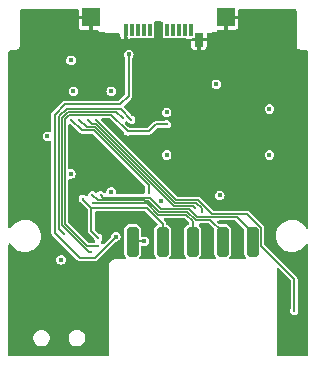
<source format=gbr>
%TF.GenerationSoftware,KiCad,Pcbnew,7.0.8*%
%TF.CreationDate,2024-04-10T13:39:31+02:00*%
%TF.ProjectId,Expansion_Card_Retrofit,45787061-6e73-4696-9f6e-5f436172645f,X1*%
%TF.SameCoordinates,Original*%
%TF.FileFunction,Copper,L4,Bot*%
%TF.FilePolarity,Positive*%
%FSLAX46Y46*%
G04 Gerber Fmt 4.6, Leading zero omitted, Abs format (unit mm)*
G04 Created by KiCad (PCBNEW 7.0.8) date 2024-04-10 13:39:31*
%MOMM*%
%LPD*%
G01*
G04 APERTURE LIST*
G04 Aperture macros list*
%AMRoundRect*
0 Rectangle with rounded corners*
0 $1 Rounding radius*
0 $2 $3 $4 $5 $6 $7 $8 $9 X,Y pos of 4 corners*
0 Add a 4 corners polygon primitive as box body*
4,1,4,$2,$3,$4,$5,$6,$7,$8,$9,$2,$3,0*
0 Add four circle primitives for the rounded corners*
1,1,$1+$1,$2,$3*
1,1,$1+$1,$4,$5*
1,1,$1+$1,$6,$7*
1,1,$1+$1,$8,$9*
0 Add four rect primitives between the rounded corners*
20,1,$1+$1,$2,$3,$4,$5,0*
20,1,$1+$1,$4,$5,$6,$7,0*
20,1,$1+$1,$6,$7,$8,$9,0*
20,1,$1+$1,$8,$9,$2,$3,0*%
G04 Aperture macros list end*
%TA.AperFunction,SMDPad,CuDef*%
%ADD10R,0.380000X1.000000*%
%TD*%
%TA.AperFunction,SMDPad,CuDef*%
%ADD11R,0.700000X1.150000*%
%TD*%
%TA.AperFunction,SMDPad,CuDef*%
%ADD12RoundRect,0.250000X-0.250000X-1.000000X0.250000X-1.000000X0.250000X1.000000X-0.250000X1.000000X0*%
%TD*%
%TA.AperFunction,SMDPad,CuDef*%
%ADD13R,1.500000X1.500000*%
%TD*%
%TA.AperFunction,ViaPad*%
%ADD14C,0.300000*%
%TD*%
%TA.AperFunction,ViaPad*%
%ADD15C,0.400000*%
%TD*%
%TA.AperFunction,Conductor*%
%ADD16C,0.150000*%
%TD*%
%TA.AperFunction,Conductor*%
%ADD17C,0.200000*%
%TD*%
G04 APERTURE END LIST*
D10*
%TO.P,P1,B1,GND*%
%TO.N,GND*%
X143050000Y-87090000D03*
%TO.P,P1,B2*%
%TO.N,N/C*%
X142550000Y-87090000D03*
%TO.P,P1,B3*%
X142050000Y-87090000D03*
%TO.P,P1,B4,VBUS*%
%TO.N,VBUS*%
X141550000Y-87090000D03*
%TO.P,P1,B5,VCONN*%
%TO.N,unconnected-(P1-VCONN-PadB5)*%
X141050000Y-87090000D03*
%TO.P,P1,B8*%
%TO.N,N/C*%
X139550000Y-87090000D03*
%TO.P,P1,B9,VBUS*%
%TO.N,VBUS*%
X139050000Y-87090000D03*
%TO.P,P1,B10*%
%TO.N,N/C*%
X138550000Y-87090000D03*
%TO.P,P1,B11*%
X138050000Y-87090000D03*
%TO.P,P1,B12,GND*%
%TO.N,GND*%
X137550000Y-87090000D03*
D11*
%TO.P,P1,S1,SHIELD*%
X143720000Y-87930000D03*
%TD*%
D12*
%TO.P,J1,2,Pin_2*%
%TO.N,+3V3*%
X138120000Y-105025000D03*
%TO.P,J1,4,Pin_4*%
%TO.N,GPIO2*%
X140660000Y-105025000D03*
%TO.P,J1,6,Pin_6*%
%TO.N,GPIO3*%
X143200000Y-105025000D03*
%TO.P,J1,8,Pin_8*%
%TO.N,GPIO4*%
X145740000Y-105025000D03*
%TO.P,J1,10,Pin_10*%
%TO.N,GPIO5*%
X148280000Y-105025000D03*
%TD*%
D13*
%TO.P,TP2,1,1*%
%TO.N,GND*%
X134600000Y-86050000D03*
%TD*%
%TO.P,TP4,1,1*%
%TO.N,GND*%
X146000000Y-86050000D03*
%TD*%
D14*
%TO.N,GND*%
X144700000Y-92200000D03*
X135800000Y-103400000D03*
X135200000Y-102800000D03*
X144200000Y-101400000D03*
X145500000Y-89900000D03*
X145500000Y-90900000D03*
X138500000Y-100700000D03*
X146900000Y-102100000D03*
X146900000Y-106000000D03*
X134300000Y-92200000D03*
X133200000Y-98100000D03*
X133700000Y-88700000D03*
X145200000Y-101800000D03*
X148800000Y-89300000D03*
X144300000Y-99000000D03*
X133200000Y-96900000D03*
X148900000Y-93500000D03*
X143000000Y-95800000D03*
X133100000Y-88400000D03*
X139000000Y-89200000D03*
X132400000Y-92200000D03*
X149500000Y-100000000D03*
X138400000Y-88000000D03*
X138900000Y-93500000D03*
X133200000Y-95700000D03*
X136300000Y-98800000D03*
X143000000Y-97300000D03*
X142000000Y-103800000D03*
X143000000Y-99000000D03*
X135100000Y-98800000D03*
X149700000Y-95400000D03*
X141300000Y-93400000D03*
X150500000Y-94500000D03*
X149900000Y-98400000D03*
X141000000Y-96200000D03*
X145300000Y-94600000D03*
X132700000Y-91300000D03*
X136500000Y-90100000D03*
X141100000Y-99800000D03*
X142000000Y-100300000D03*
X131800000Y-90300000D03*
X142100000Y-93400000D03*
X146900000Y-104000000D03*
X142000000Y-106000000D03*
X145700000Y-99000000D03*
X144500000Y-106000000D03*
X141000000Y-97000000D03*
X135200000Y-90100000D03*
X139400000Y-103600000D03*
X142200000Y-90200000D03*
X137700000Y-99200000D03*
X150200000Y-89300000D03*
X139400000Y-106000000D03*
X135600000Y-92200000D03*
X144500000Y-103700000D03*
X146900000Y-94600000D03*
X134000000Y-98800000D03*
X147300000Y-98700000D03*
X138500000Y-100000000D03*
X137900000Y-88500000D03*
X143000000Y-94400000D03*
X138900000Y-92200000D03*
D15*
X137900000Y-96900000D03*
D14*
X141300000Y-91200000D03*
D15*
%TO.N,+3V3*%
X145500000Y-101120000D03*
X132874500Y-99300000D03*
X145200000Y-91700000D03*
X132050500Y-106575500D03*
X149700000Y-97700000D03*
X130900000Y-96100000D03*
X133100000Y-92300000D03*
X141000000Y-94100000D03*
X132900000Y-89674500D03*
X136300000Y-92300000D03*
X149700000Y-93800000D03*
X136300000Y-100825500D03*
X139100000Y-105000000D03*
X140552455Y-101631409D03*
X141000000Y-97700000D03*
%TO.N,VBUS*%
X137800000Y-89180000D03*
X136700000Y-104600000D03*
D14*
%TO.N,/Development Board Section/GPIO_ADC3*%
X139475000Y-100900000D03*
X132914820Y-94700000D03*
%TO.N,LED_EN*%
X151800000Y-110900000D03*
X135000000Y-94700000D03*
%TO.N,GPIO2*%
X133900000Y-101400000D03*
X135200000Y-104700000D03*
%TO.N,GPIO3*%
X134800000Y-101800000D03*
%TO.N,GPIO4*%
X134700000Y-101100000D03*
%TO.N,GPIO5*%
X135400000Y-101100000D03*
%TO.N,SWCLK*%
X135200000Y-105400000D03*
X141000000Y-95100000D03*
X137700000Y-95700000D03*
%TO.N,SWDIO*%
X134600000Y-105900000D03*
X137300000Y-94600000D03*
%TO.N,/Development Board Section/RUN*%
X138000000Y-94700000D03*
X132300000Y-104400000D03*
%TO.N,GPIO_ADC0*%
X134304000Y-94700000D03*
X144000000Y-102500000D03*
%TO.N,GPIO_ADC1*%
X133600000Y-94700000D03*
X143400000Y-102200000D03*
%TD*%
D16*
%TO.N,SWCLK*%
X132400000Y-94643477D02*
X132747477Y-94296000D01*
X136296000Y-94296000D02*
X137700000Y-95700000D01*
X135200000Y-105400000D02*
X134253554Y-105400000D01*
X132747477Y-94296000D02*
X136296000Y-94296000D01*
X132400000Y-103546446D02*
X132400000Y-94643477D01*
X134253554Y-105400000D02*
X132400000Y-103546446D01*
D17*
%TO.N,VBUS*%
X133663603Y-106400000D02*
X131525000Y-104261397D01*
X136700000Y-104600000D02*
X134900000Y-106400000D01*
X132385041Y-93421000D02*
X137079000Y-93421000D01*
X131525000Y-94281039D02*
X132385041Y-93421000D01*
X137079000Y-93421000D02*
X137800000Y-92700000D01*
X137800000Y-92700000D02*
X137800000Y-89180000D01*
X131525000Y-104261397D02*
X131525000Y-94281039D01*
X134900000Y-106400000D02*
X133663603Y-106400000D01*
D16*
%TO.N,GPIO_ADC0*%
X135050446Y-95104000D02*
X134708000Y-95104000D01*
X144000000Y-102500000D02*
X144000000Y-102228657D01*
X144000000Y-102228657D02*
X143521343Y-101750000D01*
X141696446Y-101750000D02*
X135050446Y-95104000D01*
X143521343Y-101750000D02*
X141696446Y-101750000D01*
X134708000Y-95104000D02*
X134304000Y-94700000D01*
%TO.N,GPIO_ADC1*%
X141592892Y-102000000D02*
X134946892Y-95354000D01*
X143400000Y-102200000D02*
X143200000Y-102000000D01*
X143200000Y-102000000D02*
X141592892Y-102000000D01*
X134946892Y-95354000D02*
X134254000Y-95354000D01*
X134254000Y-95354000D02*
X133600000Y-94700000D01*
%TO.N,SWDIO*%
X134600000Y-105900000D02*
X134400000Y-105900000D01*
X134400000Y-105900000D02*
X132150000Y-103650000D01*
X132150000Y-103650000D02*
X132150000Y-94539923D01*
X132150000Y-94539923D02*
X132643924Y-94046000D01*
X132643924Y-94046000D02*
X136746000Y-94046000D01*
X136746000Y-94046000D02*
X137300000Y-94600000D01*
%TO.N,LED_EN*%
X135000000Y-94700000D02*
X141800000Y-101500000D01*
X141800000Y-101500000D02*
X143624897Y-101500000D01*
X143624897Y-101500000D02*
X144824897Y-102700000D01*
X147806042Y-102700000D02*
X149000000Y-103893958D01*
X144824897Y-102700000D02*
X147806042Y-102700000D01*
X149000000Y-103893958D02*
X149000000Y-105400000D01*
X149000000Y-105400000D02*
X151800000Y-108200000D01*
X151800000Y-108200000D02*
X151800000Y-110900000D01*
D17*
%TO.N,+3V3*%
X139100000Y-105000000D02*
X138145000Y-105000000D01*
X138145000Y-105000000D02*
X138120000Y-105025000D01*
D16*
%TO.N,/Development Board Section/GPIO_ADC3*%
X134843338Y-95604000D02*
X133818820Y-95604000D01*
X133818820Y-95604000D02*
X132914820Y-94700000D01*
X139475000Y-100235662D02*
X134843338Y-95604000D01*
X139475000Y-100900000D02*
X139475000Y-100235662D01*
%TO.N,GPIO2*%
X139343338Y-102204000D02*
X140660000Y-103520662D01*
X134632657Y-102204000D02*
X139343338Y-102204000D01*
X133900000Y-101471343D02*
X134632657Y-102204000D01*
X133900000Y-101400000D02*
X133900000Y-101471343D01*
X135200000Y-104700000D02*
X134632657Y-104132657D01*
X134632657Y-104132657D02*
X134632657Y-102204000D01*
X140660000Y-103520662D02*
X140660000Y-105025000D01*
%TO.N,GPIO3*%
X139100550Y-101804001D02*
X139296893Y-101804001D01*
X139096549Y-101800000D02*
X139100550Y-101804001D01*
X143200000Y-103307108D02*
X143200000Y-105025000D01*
X140242893Y-102750000D02*
X142642892Y-102750000D01*
X142642892Y-102750000D02*
X143200000Y-103307108D01*
X139296893Y-101804001D02*
X140242893Y-102750000D01*
X134800000Y-101800000D02*
X139096549Y-101800000D01*
%TO.N,GPIO4*%
X134700000Y-101100000D02*
X135150000Y-101550000D01*
X139204104Y-101554000D02*
X139400446Y-101554000D01*
X142746446Y-102500000D02*
X143446446Y-103200000D01*
X139400446Y-101554000D02*
X140346446Y-102500000D01*
X144700000Y-103200000D02*
X145740000Y-104240000D01*
X140346446Y-102500000D02*
X142746446Y-102500000D01*
X139200103Y-101550000D02*
X139204104Y-101554000D01*
X143446446Y-103200000D02*
X144700000Y-103200000D01*
X145740000Y-104240000D02*
X145740000Y-105025000D01*
X135150000Y-101550000D02*
X139200103Y-101550000D01*
%TO.N,GPIO5*%
X143550000Y-102950000D02*
X146950000Y-102950000D01*
X139554000Y-101304000D02*
X140500000Y-102250000D01*
X146950000Y-102950000D02*
X148280000Y-104280000D01*
X135400000Y-101100000D02*
X135600000Y-101300000D01*
X148280000Y-104280000D02*
X148280000Y-105025000D01*
X139303657Y-101300000D02*
X139307657Y-101304000D01*
X140500000Y-102250000D02*
X142850000Y-102250000D01*
X139307657Y-101304000D02*
X139554000Y-101304000D01*
X142850000Y-102250000D02*
X143550000Y-102950000D01*
X135600000Y-101300000D02*
X139303657Y-101300000D01*
%TO.N,SWCLK*%
X141000000Y-95100000D02*
X140100000Y-95100000D01*
X139500000Y-95700000D02*
X137700000Y-95700000D01*
X140100000Y-95100000D02*
X139500000Y-95700000D01*
%TO.N,/Development Board Section/RUN*%
X131900000Y-104000000D02*
X131900000Y-94436370D01*
X131900000Y-94436370D02*
X132540371Y-93796000D01*
X137096000Y-93796000D02*
X138000000Y-94700000D01*
X132540371Y-93796000D02*
X137096000Y-93796000D01*
X132300000Y-104400000D02*
X131900000Y-104000000D01*
%TD*%
%TA.AperFunction,Conductor*%
%TO.N,GND*%
G36*
X133493039Y-85370185D02*
G01*
X133538794Y-85422989D01*
X133550000Y-85474500D01*
X133550000Y-85900000D01*
X134626000Y-85900000D01*
X134693039Y-85919685D01*
X134738794Y-85972489D01*
X134750000Y-86024000D01*
X134750000Y-87099999D01*
X135126000Y-87099999D01*
X135193039Y-87119684D01*
X135238794Y-87172488D01*
X135250000Y-87223999D01*
X135250000Y-87250000D01*
X135525948Y-87250000D01*
X135579748Y-87262279D01*
X135700412Y-87320389D01*
X135700416Y-87320390D01*
X135700419Y-87320391D01*
X135832333Y-87350499D01*
X135832338Y-87350499D01*
X135832340Y-87350500D01*
X135832342Y-87350500D01*
X136936001Y-87350500D01*
X137003040Y-87370185D01*
X137048795Y-87422989D01*
X137060001Y-87474500D01*
X137060001Y-87634785D01*
X137060002Y-87634808D01*
X137062908Y-87659869D01*
X137062909Y-87659873D01*
X137108211Y-87762474D01*
X137108214Y-87762479D01*
X137187520Y-87841785D01*
X137187525Y-87841788D01*
X137290123Y-87887089D01*
X137315206Y-87889999D01*
X137399999Y-87889998D01*
X137400000Y-87889998D01*
X137400000Y-87250000D01*
X137500000Y-87250000D01*
X137500000Y-87060187D01*
X137565551Y-87057510D01*
X137625822Y-87092855D01*
X137657416Y-87155173D01*
X137659500Y-87177814D01*
X137659500Y-87609752D01*
X137671131Y-87668229D01*
X137675627Y-87674958D01*
X137679099Y-87680153D01*
X137699980Y-87746829D01*
X137700000Y-87749047D01*
X137700000Y-87889999D01*
X137784786Y-87889999D01*
X137784808Y-87889997D01*
X137809869Y-87887091D01*
X137809873Y-87887090D01*
X137912474Y-87841788D01*
X137912479Y-87841785D01*
X137927446Y-87826819D01*
X137988769Y-87793334D01*
X138015127Y-87790500D01*
X138259749Y-87790500D01*
X138270030Y-87788454D01*
X138275805Y-87787306D01*
X138324195Y-87787306D01*
X138327715Y-87788006D01*
X138340250Y-87790500D01*
X138340252Y-87790500D01*
X138759749Y-87790500D01*
X138770030Y-87788454D01*
X138775805Y-87787306D01*
X138824195Y-87787306D01*
X138827715Y-87788006D01*
X138840250Y-87790500D01*
X138840252Y-87790500D01*
X139259749Y-87790500D01*
X139270030Y-87788454D01*
X139275805Y-87787306D01*
X139324195Y-87787306D01*
X139327715Y-87788006D01*
X139340250Y-87790500D01*
X139340252Y-87790500D01*
X139759750Y-87790500D01*
X139759751Y-87790499D01*
X139775805Y-87787306D01*
X139818229Y-87778868D01*
X139818229Y-87778867D01*
X139818231Y-87778867D01*
X139884552Y-87734552D01*
X139928867Y-87668231D01*
X139928867Y-87668229D01*
X139928868Y-87668229D01*
X139940499Y-87609752D01*
X139940500Y-87609750D01*
X139940500Y-86570249D01*
X139940499Y-86570247D01*
X139934223Y-86538691D01*
X139940450Y-86469099D01*
X139983314Y-86413922D01*
X140049204Y-86390678D01*
X140055840Y-86390500D01*
X140544160Y-86390500D01*
X140611199Y-86410185D01*
X140656954Y-86462989D01*
X140666898Y-86532147D01*
X140665777Y-86538691D01*
X140659500Y-86570247D01*
X140659500Y-87609752D01*
X140671131Y-87668229D01*
X140671132Y-87668230D01*
X140715447Y-87734552D01*
X140781769Y-87778867D01*
X140781770Y-87778868D01*
X140840247Y-87790499D01*
X140840250Y-87790500D01*
X140840252Y-87790500D01*
X141259749Y-87790500D01*
X141270030Y-87788454D01*
X141275805Y-87787306D01*
X141324195Y-87787306D01*
X141327715Y-87788006D01*
X141340250Y-87790500D01*
X141340252Y-87790500D01*
X141759749Y-87790500D01*
X141770030Y-87788454D01*
X141775805Y-87787306D01*
X141824195Y-87787306D01*
X141827715Y-87788006D01*
X141840250Y-87790500D01*
X141840252Y-87790500D01*
X142259749Y-87790500D01*
X142270030Y-87788454D01*
X142275805Y-87787306D01*
X142324195Y-87787306D01*
X142327715Y-87788006D01*
X142340250Y-87790500D01*
X142584873Y-87790500D01*
X142651912Y-87810185D01*
X142672554Y-87826819D01*
X142687520Y-87841785D01*
X142687525Y-87841788D01*
X142790123Y-87887089D01*
X142815206Y-87889999D01*
X142960637Y-87889999D01*
X143027677Y-87909683D01*
X143029012Y-87911224D01*
X143030000Y-87909061D01*
X143030000Y-87904000D01*
X143049685Y-87836961D01*
X143102489Y-87791206D01*
X143154000Y-87780000D01*
X144369999Y-87780000D01*
X144369999Y-87474500D01*
X144389684Y-87407461D01*
X144442488Y-87361706D01*
X144493999Y-87350500D01*
X144767658Y-87350500D01*
X144767660Y-87350500D01*
X144767662Y-87350499D01*
X144767666Y-87350499D01*
X144899580Y-87320391D01*
X144899580Y-87320390D01*
X144899588Y-87320389D01*
X145020251Y-87262279D01*
X145074052Y-87250000D01*
X145250000Y-87250000D01*
X145250000Y-87223999D01*
X145269685Y-87156960D01*
X145322489Y-87111205D01*
X145374000Y-87099999D01*
X145850000Y-87099999D01*
X145850000Y-86200000D01*
X146150000Y-86200000D01*
X146150000Y-87099999D01*
X146794786Y-87099999D01*
X146794808Y-87099997D01*
X146819869Y-87097091D01*
X146819873Y-87097090D01*
X146922474Y-87051788D01*
X146922479Y-87051785D01*
X147001785Y-86972479D01*
X147001788Y-86972474D01*
X147047089Y-86869877D01*
X147047089Y-86869875D01*
X147049999Y-86844794D01*
X147050000Y-86844791D01*
X147050000Y-86200000D01*
X146150000Y-86200000D01*
X145850000Y-86200000D01*
X145850000Y-86024000D01*
X145869685Y-85956961D01*
X145922489Y-85911206D01*
X145974000Y-85900000D01*
X147049999Y-85900000D01*
X147049999Y-85474500D01*
X147069684Y-85407461D01*
X147122488Y-85361706D01*
X147173999Y-85350500D01*
X151875500Y-85350500D01*
X151942539Y-85370185D01*
X151988294Y-85422989D01*
X151999500Y-85474500D01*
X151999500Y-88317656D01*
X151999610Y-88318632D01*
X152000000Y-88325582D01*
X152000000Y-88750000D01*
X152225948Y-88750000D01*
X152279748Y-88762279D01*
X152400412Y-88820389D01*
X152400416Y-88820390D01*
X152400419Y-88820391D01*
X152532333Y-88850499D01*
X152532338Y-88850499D01*
X152532340Y-88850500D01*
X152543827Y-88850500D01*
X152875500Y-88850500D01*
X152942539Y-88870185D01*
X152988294Y-88922989D01*
X152999500Y-88974500D01*
X152999500Y-103801632D01*
X152979815Y-103868671D01*
X152927011Y-103914426D01*
X152857853Y-103924370D01*
X152794297Y-103895345D01*
X152769910Y-103866646D01*
X152751814Y-103837257D01*
X152692951Y-103741657D01*
X152540620Y-103568575D01*
X152540619Y-103568574D01*
X152540615Y-103568570D01*
X152361234Y-103423730D01*
X152361233Y-103423729D01*
X152159938Y-103311279D01*
X151942541Y-103234468D01*
X151942540Y-103234467D01*
X151942538Y-103234467D01*
X151942534Y-103234466D01*
X151942533Y-103234466D01*
X151715293Y-103195500D01*
X151715285Y-103195500D01*
X151542465Y-103195500D01*
X151542460Y-103195500D01*
X151370265Y-103210155D01*
X151147131Y-103268254D01*
X150937034Y-103363223D01*
X150937032Y-103363224D01*
X150827611Y-103437181D01*
X150746653Y-103491900D01*
X150745999Y-103492342D01*
X150579540Y-103651878D01*
X150442434Y-103837257D01*
X150338630Y-104043138D01*
X150271113Y-104263606D01*
X150241828Y-104492306D01*
X150251613Y-104722662D01*
X150251614Y-104722670D01*
X150300190Y-104948062D01*
X150300190Y-104948063D01*
X150371411Y-105125304D01*
X150386159Y-105162006D01*
X150433161Y-105238342D01*
X150507048Y-105358342D01*
X150659380Y-105531425D01*
X150659384Y-105531429D01*
X150838765Y-105676269D01*
X150838766Y-105676270D01*
X150838769Y-105676271D01*
X150838772Y-105676274D01*
X151040063Y-105788721D01*
X151257462Y-105865533D01*
X151384272Y-105887277D01*
X151484706Y-105904499D01*
X151484715Y-105904500D01*
X151657540Y-105904500D01*
X151829734Y-105889844D01*
X151829737Y-105889843D01*
X151829739Y-105889843D01*
X152052869Y-105831745D01*
X152189208Y-105770116D01*
X152262965Y-105736776D01*
X152262967Y-105736775D01*
X152262967Y-105736774D01*
X152262971Y-105736773D01*
X152454000Y-105607659D01*
X152620462Y-105448119D01*
X152757566Y-105262742D01*
X152764777Y-105248437D01*
X152812535Y-105197440D01*
X152880284Y-105180356D01*
X152946514Y-105202613D01*
X152990198Y-105257142D01*
X152999500Y-105304264D01*
X152999500Y-114625500D01*
X152979815Y-114692539D01*
X152927011Y-114738294D01*
X152875500Y-114749500D01*
X150424500Y-114749500D01*
X150357461Y-114729815D01*
X150311706Y-114677011D01*
X150300500Y-114625500D01*
X150300500Y-107389478D01*
X150320185Y-107322439D01*
X150372989Y-107276684D01*
X150442147Y-107266740D01*
X150505703Y-107295765D01*
X150512181Y-107301797D01*
X151488181Y-108277797D01*
X151521666Y-108339120D01*
X151524500Y-108365478D01*
X151524500Y-110638887D01*
X151510985Y-110695181D01*
X151462498Y-110790341D01*
X151445131Y-110899997D01*
X151445131Y-110900002D01*
X151462498Y-111009658D01*
X151512904Y-111108585D01*
X151512909Y-111108592D01*
X151591407Y-111187090D01*
X151591410Y-111187092D01*
X151591413Y-111187095D01*
X151690339Y-111237500D01*
X151690341Y-111237501D01*
X151799998Y-111254869D01*
X151800000Y-111254869D01*
X151800002Y-111254869D01*
X151909658Y-111237501D01*
X151909659Y-111237500D01*
X151909661Y-111237500D01*
X152008587Y-111187095D01*
X152087095Y-111108587D01*
X152137500Y-111009661D01*
X152137500Y-111009659D01*
X152137501Y-111009658D01*
X152154869Y-110900002D01*
X152154869Y-110899997D01*
X152137501Y-110790341D01*
X152089015Y-110695181D01*
X152075500Y-110638887D01*
X152075500Y-108239344D01*
X152077883Y-108215151D01*
X152080897Y-108199999D01*
X152061898Y-108104486D01*
X152061296Y-108098375D01*
X152059515Y-108092506D01*
X152059515Y-108092505D01*
X152029069Y-108046940D01*
X151998624Y-108001375D01*
X151985775Y-107992790D01*
X151966985Y-107977369D01*
X149311819Y-105322203D01*
X149278334Y-105260880D01*
X149275500Y-105234522D01*
X149275500Y-103933302D01*
X149277883Y-103909109D01*
X149280897Y-103893958D01*
X149259516Y-103786464D01*
X149213994Y-103718336D01*
X149212283Y-103715775D01*
X149212266Y-103715751D01*
X149198624Y-103695334D01*
X149198622Y-103695332D01*
X149198621Y-103695331D01*
X149185775Y-103686748D01*
X149166985Y-103671327D01*
X148028669Y-102533011D01*
X148013247Y-102514219D01*
X148004666Y-102501376D01*
X148004661Y-102501372D01*
X147981666Y-102486007D01*
X147948720Y-102463994D01*
X147913537Y-102440484D01*
X147913535Y-102440483D01*
X147828891Y-102423647D01*
X147828858Y-102423641D01*
X147814896Y-102420864D01*
X147806043Y-102419103D01*
X147806042Y-102419103D01*
X147790888Y-102422117D01*
X147766698Y-102424500D01*
X144990375Y-102424500D01*
X144923336Y-102404815D01*
X144902694Y-102388181D01*
X143847524Y-101333011D01*
X143832102Y-101314219D01*
X143823521Y-101301376D01*
X143823518Y-101301373D01*
X143805585Y-101289391D01*
X143774362Y-101268528D01*
X143732392Y-101240485D01*
X143732391Y-101240484D01*
X143732390Y-101240484D01*
X143647746Y-101223647D01*
X143647713Y-101223641D01*
X143633751Y-101220864D01*
X143624898Y-101219103D01*
X143624897Y-101219103D01*
X143609743Y-101222117D01*
X143585553Y-101224500D01*
X141965478Y-101224500D01*
X141898439Y-101204815D01*
X141877797Y-101188181D01*
X141809619Y-101120003D01*
X145094508Y-101120003D01*
X145114352Y-101245300D01*
X145114352Y-101245301D01*
X145126187Y-101268528D01*
X145171950Y-101358342D01*
X145171952Y-101358344D01*
X145171954Y-101358347D01*
X145261652Y-101448045D01*
X145261654Y-101448046D01*
X145261658Y-101448050D01*
X145374696Y-101505646D01*
X145374697Y-101505646D01*
X145374699Y-101505647D01*
X145499997Y-101525492D01*
X145500000Y-101525492D01*
X145500003Y-101525492D01*
X145625300Y-101505647D01*
X145625301Y-101505647D01*
X145625302Y-101505646D01*
X145625304Y-101505646D01*
X145738342Y-101448050D01*
X145828050Y-101358342D01*
X145885646Y-101245304D01*
X145885646Y-101245302D01*
X145885647Y-101245301D01*
X145885647Y-101245300D01*
X145905492Y-101120003D01*
X145905492Y-101119996D01*
X145885647Y-100994699D01*
X145885647Y-100994698D01*
X145883426Y-100990339D01*
X145828050Y-100881658D01*
X145828046Y-100881654D01*
X145828045Y-100881652D01*
X145738347Y-100791954D01*
X145738344Y-100791952D01*
X145738342Y-100791950D01*
X145625304Y-100734354D01*
X145625303Y-100734353D01*
X145625300Y-100734352D01*
X145500003Y-100714508D01*
X145499997Y-100714508D01*
X145374699Y-100734352D01*
X145374698Y-100734352D01*
X145299337Y-100772751D01*
X145261658Y-100791950D01*
X145261657Y-100791951D01*
X145261652Y-100791954D01*
X145171954Y-100881652D01*
X145171951Y-100881657D01*
X145171950Y-100881658D01*
X145157783Y-100909463D01*
X145114352Y-100994698D01*
X145114352Y-100994699D01*
X145094508Y-101119996D01*
X145094508Y-101120003D01*
X141809619Y-101120003D01*
X138389619Y-97700003D01*
X140594508Y-97700003D01*
X140614352Y-97825300D01*
X140614352Y-97825301D01*
X140614354Y-97825304D01*
X140671950Y-97938342D01*
X140671952Y-97938344D01*
X140671954Y-97938347D01*
X140761652Y-98028045D01*
X140761654Y-98028046D01*
X140761658Y-98028050D01*
X140874696Y-98085646D01*
X140874697Y-98085646D01*
X140874699Y-98085647D01*
X140999997Y-98105492D01*
X141000000Y-98105492D01*
X141000003Y-98105492D01*
X141125300Y-98085647D01*
X141125301Y-98085647D01*
X141125302Y-98085646D01*
X141125304Y-98085646D01*
X141238342Y-98028050D01*
X141328050Y-97938342D01*
X141385646Y-97825304D01*
X141385646Y-97825302D01*
X141385647Y-97825301D01*
X141385647Y-97825300D01*
X141405492Y-97700003D01*
X149294508Y-97700003D01*
X149314352Y-97825300D01*
X149314352Y-97825301D01*
X149314354Y-97825304D01*
X149371950Y-97938342D01*
X149371952Y-97938344D01*
X149371954Y-97938347D01*
X149461652Y-98028045D01*
X149461654Y-98028046D01*
X149461658Y-98028050D01*
X149574696Y-98085646D01*
X149574697Y-98085646D01*
X149574699Y-98085647D01*
X149699997Y-98105492D01*
X149700000Y-98105492D01*
X149700003Y-98105492D01*
X149825300Y-98085647D01*
X149825301Y-98085647D01*
X149825302Y-98085646D01*
X149825304Y-98085646D01*
X149938342Y-98028050D01*
X150028050Y-97938342D01*
X150085646Y-97825304D01*
X150085646Y-97825302D01*
X150085647Y-97825301D01*
X150085647Y-97825300D01*
X150105492Y-97700003D01*
X150105492Y-97699996D01*
X150085647Y-97574699D01*
X150085647Y-97574698D01*
X150085646Y-97574696D01*
X150028050Y-97461658D01*
X150028046Y-97461654D01*
X150028045Y-97461652D01*
X149938347Y-97371954D01*
X149938344Y-97371952D01*
X149938342Y-97371950D01*
X149825304Y-97314354D01*
X149825303Y-97314353D01*
X149825300Y-97314352D01*
X149700003Y-97294508D01*
X149699997Y-97294508D01*
X149574699Y-97314352D01*
X149574698Y-97314352D01*
X149499337Y-97352751D01*
X149461658Y-97371950D01*
X149461657Y-97371951D01*
X149461652Y-97371954D01*
X149371954Y-97461652D01*
X149371951Y-97461657D01*
X149314352Y-97574698D01*
X149314352Y-97574699D01*
X149294508Y-97699996D01*
X149294508Y-97700003D01*
X141405492Y-97700003D01*
X141405492Y-97699996D01*
X141385647Y-97574699D01*
X141385647Y-97574698D01*
X141385646Y-97574696D01*
X141328050Y-97461658D01*
X141328046Y-97461654D01*
X141328045Y-97461652D01*
X141238347Y-97371954D01*
X141238344Y-97371952D01*
X141238342Y-97371950D01*
X141125304Y-97314354D01*
X141125303Y-97314353D01*
X141125300Y-97314352D01*
X141000003Y-97294508D01*
X140999997Y-97294508D01*
X140874699Y-97314352D01*
X140874698Y-97314352D01*
X140799337Y-97352751D01*
X140761658Y-97371950D01*
X140761657Y-97371951D01*
X140761652Y-97371954D01*
X140671954Y-97461652D01*
X140671951Y-97461657D01*
X140614352Y-97574698D01*
X140614352Y-97574699D01*
X140594508Y-97699996D01*
X140594508Y-97700003D01*
X138389619Y-97700003D01*
X135472797Y-94783181D01*
X135439312Y-94721858D01*
X135444296Y-94652166D01*
X135486168Y-94596233D01*
X135551632Y-94571816D01*
X135560478Y-94571500D01*
X136130522Y-94571500D01*
X136197561Y-94591185D01*
X136218203Y-94607819D01*
X137323180Y-95712796D01*
X137356665Y-95774119D01*
X137357972Y-95781078D01*
X137362498Y-95809658D01*
X137412904Y-95908585D01*
X137412909Y-95908592D01*
X137491407Y-95987090D01*
X137491410Y-95987092D01*
X137491413Y-95987095D01*
X137590339Y-96037500D01*
X137590341Y-96037501D01*
X137699998Y-96054869D01*
X137700000Y-96054869D01*
X137700002Y-96054869D01*
X137809656Y-96037501D01*
X137809656Y-96037500D01*
X137809661Y-96037500D01*
X137904820Y-95989014D01*
X137961112Y-95975500D01*
X139460656Y-95975500D01*
X139484846Y-95977882D01*
X139500000Y-95980897D01*
X139527132Y-95975500D01*
X139527133Y-95975500D01*
X139550734Y-95970805D01*
X139607493Y-95959516D01*
X139607494Y-95959515D01*
X139607495Y-95959515D01*
X139649465Y-95931471D01*
X139675622Y-95913994D01*
X139675621Y-95913994D01*
X139689053Y-95905020D01*
X139689055Y-95905017D01*
X139698624Y-95898624D01*
X139707208Y-95885775D01*
X139722624Y-95866990D01*
X140177797Y-95411819D01*
X140239120Y-95378334D01*
X140265478Y-95375500D01*
X140738888Y-95375500D01*
X140795179Y-95389014D01*
X140890339Y-95437500D01*
X140890341Y-95437500D01*
X140890343Y-95437501D01*
X140999998Y-95454869D01*
X141000000Y-95454869D01*
X141000002Y-95454869D01*
X141109658Y-95437501D01*
X141109659Y-95437500D01*
X141109661Y-95437500D01*
X141208587Y-95387095D01*
X141287095Y-95308587D01*
X141337500Y-95209661D01*
X141337500Y-95209659D01*
X141337501Y-95209658D01*
X141354869Y-95100002D01*
X141354869Y-95099997D01*
X141337501Y-94990341D01*
X141310577Y-94937500D01*
X141287095Y-94891413D01*
X141287092Y-94891410D01*
X141287090Y-94891407D01*
X141208592Y-94812909D01*
X141208588Y-94812906D01*
X141208587Y-94812905D01*
X141109661Y-94762500D01*
X141109660Y-94762499D01*
X141109657Y-94762498D01*
X141109658Y-94762498D01*
X141016755Y-94747784D01*
X141000312Y-94739989D01*
X140983245Y-94747784D01*
X140890342Y-94762498D01*
X140857605Y-94779178D01*
X140795179Y-94810985D01*
X140738888Y-94824500D01*
X140139344Y-94824500D01*
X140115153Y-94822117D01*
X140100000Y-94819103D01*
X140099999Y-94819103D01*
X140099998Y-94819103D01*
X140076949Y-94823688D01*
X140076944Y-94823689D01*
X139992509Y-94840484D01*
X139992507Y-94840484D01*
X139992505Y-94840485D01*
X139992503Y-94840485D01*
X139992498Y-94840488D01*
X139990084Y-94842102D01*
X139929023Y-94882901D01*
X139929014Y-94882908D01*
X139924378Y-94886006D01*
X139924376Y-94886007D01*
X139913841Y-94893047D01*
X139901374Y-94901377D01*
X139892791Y-94914222D01*
X139877372Y-94933010D01*
X139422203Y-95388181D01*
X139360880Y-95421666D01*
X139334522Y-95424500D01*
X137961112Y-95424500D01*
X137904820Y-95410985D01*
X137809661Y-95362500D01*
X137809659Y-95362499D01*
X137809656Y-95362498D01*
X137781078Y-95357972D01*
X137717943Y-95328042D01*
X137712796Y-95323180D01*
X137475660Y-95086044D01*
X137442175Y-95024721D01*
X137447159Y-94955029D01*
X137489031Y-94899096D01*
X137507045Y-94887880D01*
X137508587Y-94887095D01*
X137515999Y-94879683D01*
X137577321Y-94846196D01*
X137647013Y-94851178D01*
X137702948Y-94893047D01*
X137710942Y-94905885D01*
X137712909Y-94908592D01*
X137791407Y-94987090D01*
X137791410Y-94987092D01*
X137791413Y-94987095D01*
X137865259Y-95024721D01*
X137890341Y-95037501D01*
X137999998Y-95054869D01*
X138000000Y-95054869D01*
X138000002Y-95054869D01*
X138109658Y-95037501D01*
X138109659Y-95037500D01*
X138109661Y-95037500D01*
X138208587Y-94987095D01*
X138287095Y-94908587D01*
X138337500Y-94809661D01*
X138337500Y-94809659D01*
X138337501Y-94809658D01*
X138354869Y-94700002D01*
X138354869Y-94699997D01*
X138337501Y-94590341D01*
X138327901Y-94571500D01*
X138287095Y-94491413D01*
X138287092Y-94491410D01*
X138287090Y-94491407D01*
X138208592Y-94412909D01*
X138208588Y-94412906D01*
X138208587Y-94412905D01*
X138204743Y-94410946D01*
X138109658Y-94362498D01*
X138081078Y-94357972D01*
X138017943Y-94328042D01*
X138012796Y-94323180D01*
X137789619Y-94100003D01*
X140594508Y-94100003D01*
X140614352Y-94225300D01*
X140614352Y-94225301D01*
X140624989Y-94246176D01*
X140671950Y-94338342D01*
X140671952Y-94338344D01*
X140671954Y-94338347D01*
X140761652Y-94428045D01*
X140761654Y-94428046D01*
X140761658Y-94428050D01*
X140874696Y-94485646D01*
X140983246Y-94502838D01*
X140999686Y-94510632D01*
X141016752Y-94502838D01*
X141125304Y-94485646D01*
X141238342Y-94428050D01*
X141328050Y-94338342D01*
X141385646Y-94225304D01*
X141385646Y-94225302D01*
X141385647Y-94225301D01*
X141385647Y-94225300D01*
X141405492Y-94100003D01*
X141405492Y-94099996D01*
X141385647Y-93974699D01*
X141385647Y-93974698D01*
X141360479Y-93925304D01*
X141328050Y-93861658D01*
X141328046Y-93861654D01*
X141328045Y-93861652D01*
X141266396Y-93800003D01*
X149294508Y-93800003D01*
X149314352Y-93925300D01*
X149314352Y-93925301D01*
X149314354Y-93925304D01*
X149371950Y-94038342D01*
X149371952Y-94038344D01*
X149371954Y-94038347D01*
X149461652Y-94128045D01*
X149461654Y-94128046D01*
X149461658Y-94128050D01*
X149574696Y-94185646D01*
X149574697Y-94185646D01*
X149574699Y-94185647D01*
X149699997Y-94205492D01*
X149700000Y-94205492D01*
X149700003Y-94205492D01*
X149825300Y-94185647D01*
X149825301Y-94185647D01*
X149825302Y-94185646D01*
X149825304Y-94185646D01*
X149938342Y-94128050D01*
X150028050Y-94038342D01*
X150085646Y-93925304D01*
X150085646Y-93925302D01*
X150085647Y-93925301D01*
X150085647Y-93925300D01*
X150105492Y-93800003D01*
X150105492Y-93799996D01*
X150085647Y-93674699D01*
X150085647Y-93674698D01*
X150057968Y-93620376D01*
X150028050Y-93561658D01*
X150028046Y-93561654D01*
X150028045Y-93561652D01*
X149938347Y-93471954D01*
X149938344Y-93471952D01*
X149938342Y-93471950D01*
X149825304Y-93414354D01*
X149825303Y-93414353D01*
X149825300Y-93414352D01*
X149700003Y-93394508D01*
X149699997Y-93394508D01*
X149574699Y-93414352D01*
X149574698Y-93414352D01*
X149499337Y-93452751D01*
X149461658Y-93471950D01*
X149461657Y-93471951D01*
X149461652Y-93471954D01*
X149371954Y-93561652D01*
X149371951Y-93561657D01*
X149314352Y-93674698D01*
X149314352Y-93674699D01*
X149294508Y-93799996D01*
X149294508Y-93800003D01*
X141266396Y-93800003D01*
X141238347Y-93771954D01*
X141238344Y-93771952D01*
X141238342Y-93771950D01*
X141125304Y-93714354D01*
X141125303Y-93714353D01*
X141125300Y-93714352D01*
X141000003Y-93694508D01*
X140999997Y-93694508D01*
X140874699Y-93714352D01*
X140874698Y-93714352D01*
X140799337Y-93752751D01*
X140761658Y-93771950D01*
X140761657Y-93771951D01*
X140761652Y-93771954D01*
X140671954Y-93861652D01*
X140671951Y-93861657D01*
X140614352Y-93974698D01*
X140614352Y-93974699D01*
X140594508Y-94099996D01*
X140594508Y-94100003D01*
X137789619Y-94100003D01*
X137394974Y-93705358D01*
X137361489Y-93644035D01*
X137366473Y-93574343D01*
X137394974Y-93529996D01*
X137530462Y-93394508D01*
X137968059Y-92956910D01*
X137974532Y-92951279D01*
X137984224Y-92943959D01*
X137984228Y-92943958D01*
X138016459Y-92908600D01*
X138018367Y-92906602D01*
X138032174Y-92892797D01*
X138033684Y-92890592D01*
X138039023Y-92883851D01*
X138041368Y-92881278D01*
X138059916Y-92860933D01*
X138062417Y-92854476D01*
X138075750Y-92829184D01*
X138079657Y-92823481D01*
X138086757Y-92793294D01*
X138089296Y-92785092D01*
X138100500Y-92756173D01*
X138100500Y-92749248D01*
X138103794Y-92720856D01*
X138105379Y-92714119D01*
X138101095Y-92683408D01*
X138100500Y-92674833D01*
X138100500Y-91700003D01*
X144794508Y-91700003D01*
X144814352Y-91825300D01*
X144814352Y-91825301D01*
X144814354Y-91825304D01*
X144871950Y-91938342D01*
X144871952Y-91938344D01*
X144871954Y-91938347D01*
X144961652Y-92028045D01*
X144961654Y-92028046D01*
X144961658Y-92028050D01*
X145074696Y-92085646D01*
X145074697Y-92085646D01*
X145074699Y-92085647D01*
X145199997Y-92105492D01*
X145200000Y-92105492D01*
X145200003Y-92105492D01*
X145325300Y-92085647D01*
X145325301Y-92085647D01*
X145325302Y-92085646D01*
X145325304Y-92085646D01*
X145438342Y-92028050D01*
X145528050Y-91938342D01*
X145585646Y-91825304D01*
X145585646Y-91825302D01*
X145585647Y-91825301D01*
X145585647Y-91825300D01*
X145605492Y-91700003D01*
X145605492Y-91699996D01*
X145585647Y-91574699D01*
X145585647Y-91574698D01*
X145585646Y-91574696D01*
X145528050Y-91461658D01*
X145528046Y-91461654D01*
X145528045Y-91461652D01*
X145438347Y-91371954D01*
X145438344Y-91371952D01*
X145438342Y-91371950D01*
X145325304Y-91314354D01*
X145325303Y-91314353D01*
X145325300Y-91314352D01*
X145200003Y-91294508D01*
X145199997Y-91294508D01*
X145074699Y-91314352D01*
X145074698Y-91314352D01*
X144999337Y-91352751D01*
X144961658Y-91371950D01*
X144961657Y-91371951D01*
X144961652Y-91371954D01*
X144871954Y-91461652D01*
X144871951Y-91461657D01*
X144814352Y-91574698D01*
X144814352Y-91574699D01*
X144794508Y-91699996D01*
X144794508Y-91700003D01*
X138100500Y-91700003D01*
X138100500Y-89496551D01*
X138120185Y-89429512D01*
X138124181Y-89423666D01*
X138128044Y-89418347D01*
X138128050Y-89418342D01*
X138185646Y-89305304D01*
X138185646Y-89305302D01*
X138185647Y-89305301D01*
X138185647Y-89305300D01*
X138205492Y-89180003D01*
X138205492Y-89179996D01*
X138185647Y-89054699D01*
X138185647Y-89054698D01*
X138185646Y-89054696D01*
X138128050Y-88941658D01*
X138128046Y-88941654D01*
X138128045Y-88941652D01*
X138038347Y-88851954D01*
X138038344Y-88851952D01*
X138038342Y-88851950D01*
X137925304Y-88794354D01*
X137925303Y-88794353D01*
X137925300Y-88794352D01*
X137800003Y-88774508D01*
X137799997Y-88774508D01*
X137674699Y-88794352D01*
X137674698Y-88794352D01*
X137599337Y-88832751D01*
X137561658Y-88851950D01*
X137561657Y-88851951D01*
X137561652Y-88851954D01*
X137471954Y-88941652D01*
X137471951Y-88941657D01*
X137414352Y-89054698D01*
X137414352Y-89054699D01*
X137394508Y-89179996D01*
X137394508Y-89180003D01*
X137414352Y-89305300D01*
X137414352Y-89305301D01*
X137471949Y-89418340D01*
X137475819Y-89423666D01*
X137499298Y-89489473D01*
X137499500Y-89496551D01*
X137499500Y-92524167D01*
X137479815Y-92591206D01*
X137463181Y-92611848D01*
X136990848Y-93084181D01*
X136929525Y-93117666D01*
X136903167Y-93120500D01*
X132447883Y-93120500D01*
X132439309Y-93119905D01*
X132427280Y-93118227D01*
X132427277Y-93118227D01*
X132402261Y-93119383D01*
X132379532Y-93120434D01*
X132376669Y-93120500D01*
X132357197Y-93120500D01*
X132357192Y-93120500D01*
X132357190Y-93120501D01*
X132354556Y-93120993D01*
X132346026Y-93121982D01*
X132315049Y-93123415D01*
X132315047Y-93123415D01*
X132308706Y-93126215D01*
X132281420Y-93134664D01*
X132274613Y-93135936D01*
X132274607Y-93135939D01*
X132248243Y-93152261D01*
X132240645Y-93156266D01*
X132212275Y-93168794D01*
X132207373Y-93173696D01*
X132184984Y-93191430D01*
X132179090Y-93195079D01*
X132179085Y-93195084D01*
X132160401Y-93219825D01*
X132154759Y-93226309D01*
X131356948Y-94024119D01*
X131350464Y-94029761D01*
X131340770Y-94037081D01*
X131308570Y-94072404D01*
X131306613Y-94074453D01*
X131292826Y-94088242D01*
X131292822Y-94088246D01*
X131291306Y-94090459D01*
X131285976Y-94097187D01*
X131265083Y-94120105D01*
X131265083Y-94120106D01*
X131262578Y-94126572D01*
X131249259Y-94151841D01*
X131245345Y-94157554D01*
X131245343Y-94157560D01*
X131238244Y-94187738D01*
X131235702Y-94195946D01*
X131224500Y-94224865D01*
X131224500Y-94231790D01*
X131221206Y-94260180D01*
X131219621Y-94266916D01*
X131219621Y-94266920D01*
X131223905Y-94297629D01*
X131224500Y-94306205D01*
X131224500Y-95613499D01*
X131204815Y-95680538D01*
X131152011Y-95726293D01*
X131082853Y-95736237D01*
X131044208Y-95723985D01*
X131025305Y-95714354D01*
X131025300Y-95714352D01*
X130900003Y-95694508D01*
X130899997Y-95694508D01*
X130774699Y-95714352D01*
X130774698Y-95714352D01*
X130731748Y-95736237D01*
X130661658Y-95771950D01*
X130661657Y-95771951D01*
X130661652Y-95771954D01*
X130571954Y-95861652D01*
X130571951Y-95861657D01*
X130571950Y-95861658D01*
X130562859Y-95879500D01*
X130514352Y-95974698D01*
X130514352Y-95974699D01*
X130494508Y-96099996D01*
X130494508Y-96100003D01*
X130514352Y-96225300D01*
X130514352Y-96225301D01*
X130514354Y-96225304D01*
X130571950Y-96338342D01*
X130571952Y-96338344D01*
X130571954Y-96338347D01*
X130661652Y-96428045D01*
X130661654Y-96428046D01*
X130661658Y-96428050D01*
X130774696Y-96485646D01*
X130774697Y-96485646D01*
X130774699Y-96485647D01*
X130899997Y-96505492D01*
X130900000Y-96505492D01*
X130900003Y-96505492D01*
X131025300Y-96485647D01*
X131025301Y-96485646D01*
X131025304Y-96485646D01*
X131044206Y-96476014D01*
X131112874Y-96463119D01*
X131177614Y-96489395D01*
X131217872Y-96546501D01*
X131224500Y-96586500D01*
X131224500Y-104198555D01*
X131223905Y-104207129D01*
X131222227Y-104219160D01*
X131224434Y-104266906D01*
X131224500Y-104269769D01*
X131224500Y-104289242D01*
X131224993Y-104291879D01*
X131225982Y-104300412D01*
X131227415Y-104331388D01*
X131227416Y-104331394D01*
X131230214Y-104337731D01*
X131238664Y-104365017D01*
X131239937Y-104371826D01*
X131239937Y-104371827D01*
X131256260Y-104398190D01*
X131260263Y-104405783D01*
X131272794Y-104434162D01*
X131272795Y-104434163D01*
X131272796Y-104434165D01*
X131277689Y-104439058D01*
X131295435Y-104461462D01*
X131299077Y-104467345D01*
X131299080Y-104467348D01*
X131323826Y-104486036D01*
X131330311Y-104491679D01*
X133406681Y-106568049D01*
X133412324Y-106574533D01*
X133419644Y-106584226D01*
X133419645Y-106584228D01*
X133434464Y-106597737D01*
X133454978Y-106616439D01*
X133457026Y-106618394D01*
X133470806Y-106632174D01*
X133473016Y-106633688D01*
X133479746Y-106639018D01*
X133488848Y-106647316D01*
X133502667Y-106659914D01*
X133502668Y-106659914D01*
X133502670Y-106659916D01*
X133509133Y-106662419D01*
X133534410Y-106675743D01*
X133540122Y-106679656D01*
X133570305Y-106686754D01*
X133578506Y-106689294D01*
X133607430Y-106700500D01*
X133614354Y-106700500D01*
X133642744Y-106703793D01*
X133649484Y-106705379D01*
X133680194Y-106701095D01*
X133688769Y-106700500D01*
X134837159Y-106700500D01*
X134845733Y-106701095D01*
X134857761Y-106702772D01*
X134857761Y-106702771D01*
X134857765Y-106702773D01*
X134900920Y-106700778D01*
X134905510Y-106700566D01*
X134908373Y-106700500D01*
X134927843Y-106700500D01*
X134927844Y-106700500D01*
X134930469Y-106700009D01*
X134939021Y-106699016D01*
X134940245Y-106698959D01*
X134969992Y-106697585D01*
X134976322Y-106694789D01*
X135003629Y-106686332D01*
X135010433Y-106685061D01*
X135036797Y-106668736D01*
X135044392Y-106664733D01*
X135072765Y-106652206D01*
X135077661Y-106647309D01*
X135100069Y-106629561D01*
X135105952Y-106625919D01*
X135124649Y-106601158D01*
X135130266Y-106594703D01*
X136694656Y-105030313D01*
X136755977Y-104996830D01*
X136762901Y-104995529D01*
X136825304Y-104985646D01*
X136938342Y-104928050D01*
X137028050Y-104838342D01*
X137085646Y-104725304D01*
X137085646Y-104725302D01*
X137085647Y-104725301D01*
X137085647Y-104725300D01*
X137105492Y-104600003D01*
X137105492Y-104599996D01*
X137085647Y-104474699D01*
X137085647Y-104474698D01*
X137064994Y-104434165D01*
X137028050Y-104361658D01*
X137028046Y-104361654D01*
X137028045Y-104361652D01*
X136938347Y-104271954D01*
X136938344Y-104271952D01*
X136938342Y-104271950D01*
X136825304Y-104214354D01*
X136825303Y-104214353D01*
X136825300Y-104214352D01*
X136700003Y-104194508D01*
X136699997Y-104194508D01*
X136574699Y-104214352D01*
X136574698Y-104214352D01*
X136499337Y-104252751D01*
X136461658Y-104271950D01*
X136461657Y-104271951D01*
X136461652Y-104271954D01*
X136371954Y-104361652D01*
X136371951Y-104361657D01*
X136371950Y-104361658D01*
X136366769Y-104371826D01*
X136314352Y-104474698D01*
X136304475Y-104537061D01*
X136274545Y-104600196D01*
X136269683Y-104605343D01*
X135672453Y-105202574D01*
X135611130Y-105236059D01*
X135541439Y-105231075D01*
X135495570Y-105196738D01*
X135493996Y-105198313D01*
X135433364Y-105137681D01*
X135399879Y-105076358D01*
X135404863Y-105006666D01*
X135433364Y-104962319D01*
X135487090Y-104908592D01*
X135487095Y-104908587D01*
X135537500Y-104809661D01*
X135537500Y-104809659D01*
X135537501Y-104809658D01*
X135554869Y-104700002D01*
X135554869Y-104699997D01*
X135537501Y-104590341D01*
X135537500Y-104590339D01*
X135487095Y-104491413D01*
X135487092Y-104491410D01*
X135487090Y-104491407D01*
X135408592Y-104412909D01*
X135408588Y-104412906D01*
X135408587Y-104412905D01*
X135379707Y-104398190D01*
X135309658Y-104362498D01*
X135281078Y-104357972D01*
X135217943Y-104328042D01*
X135212796Y-104323180D01*
X134944476Y-104054860D01*
X134910991Y-103993537D01*
X134908157Y-103967179D01*
X134908157Y-102603500D01*
X134927842Y-102536461D01*
X134980646Y-102490706D01*
X135032157Y-102479500D01*
X139177860Y-102479500D01*
X139244899Y-102499185D01*
X139265541Y-102515819D01*
X140195810Y-103446088D01*
X140229295Y-103507411D01*
X140224311Y-103577103D01*
X140182439Y-103633036D01*
X140181763Y-103633539D01*
X140087850Y-103702850D01*
X140007207Y-103812117D01*
X140007206Y-103812119D01*
X139962353Y-103940298D01*
X139962353Y-103940300D01*
X139959500Y-103970730D01*
X139959500Y-106079269D01*
X139962353Y-106109699D01*
X139962353Y-106109701D01*
X140007206Y-106237880D01*
X140007209Y-106237886D01*
X140084999Y-106343288D01*
X140108970Y-106408917D01*
X140093654Y-106477087D01*
X140043914Y-106526155D01*
X139985229Y-106540921D01*
X138794771Y-106540921D01*
X138727732Y-106521236D01*
X138681977Y-106468432D01*
X138672033Y-106399274D01*
X138695001Y-106343288D01*
X138772790Y-106237886D01*
X138772789Y-106237886D01*
X138772793Y-106237882D01*
X138796543Y-106170008D01*
X138817646Y-106109701D01*
X138817646Y-106109699D01*
X138820500Y-106079269D01*
X138820500Y-105506216D01*
X138840185Y-105439177D01*
X138892989Y-105393422D01*
X138962147Y-105383478D01*
X138965050Y-105384153D01*
X138965056Y-105384120D01*
X139099997Y-105405492D01*
X139100000Y-105405492D01*
X139100003Y-105405492D01*
X139225300Y-105385647D01*
X139225301Y-105385647D01*
X139225302Y-105385646D01*
X139225304Y-105385646D01*
X139338342Y-105328050D01*
X139428050Y-105238342D01*
X139485646Y-105125304D01*
X139485646Y-105125302D01*
X139485647Y-105125301D01*
X139485647Y-105125300D01*
X139505492Y-105000003D01*
X139505492Y-104999996D01*
X139485647Y-104874699D01*
X139485647Y-104874698D01*
X139467125Y-104838347D01*
X139428050Y-104761658D01*
X139428046Y-104761654D01*
X139428045Y-104761652D01*
X139338347Y-104671954D01*
X139338344Y-104671952D01*
X139338342Y-104671950D01*
X139225304Y-104614354D01*
X139225303Y-104614353D01*
X139225300Y-104614352D01*
X139100003Y-104594508D01*
X139099997Y-104594508D01*
X138965056Y-104615880D01*
X138964480Y-104612245D01*
X138912922Y-104613695D01*
X138853106Y-104577587D01*
X138822307Y-104514872D01*
X138820500Y-104493783D01*
X138820500Y-103970730D01*
X138817646Y-103940300D01*
X138817646Y-103940298D01*
X138772793Y-103812119D01*
X138772792Y-103812117D01*
X138765054Y-103801632D01*
X138692150Y-103702850D01*
X138582882Y-103622207D01*
X138582880Y-103622206D01*
X138454700Y-103577353D01*
X138424270Y-103574500D01*
X138424266Y-103574500D01*
X137815734Y-103574500D01*
X137815730Y-103574500D01*
X137785300Y-103577353D01*
X137785298Y-103577353D01*
X137657119Y-103622206D01*
X137657117Y-103622207D01*
X137547850Y-103702850D01*
X137467207Y-103812117D01*
X137467206Y-103812119D01*
X137422353Y-103940298D01*
X137422353Y-103940300D01*
X137419500Y-103970730D01*
X137419500Y-106079269D01*
X137422353Y-106109699D01*
X137422353Y-106109701D01*
X137467206Y-106237880D01*
X137467209Y-106237886D01*
X137544999Y-106343288D01*
X137568970Y-106408917D01*
X137553654Y-106477087D01*
X137503914Y-106526155D01*
X137445229Y-106540921D01*
X136651383Y-106540921D01*
X136651311Y-106540900D01*
X136600000Y-106540900D01*
X136543603Y-106540900D01*
X136474672Y-106556634D01*
X136433641Y-106566000D01*
X136433638Y-106566001D01*
X136332019Y-106614941D01*
X136243835Y-106685271D01*
X136243834Y-106685273D01*
X136173514Y-106773462D01*
X136124583Y-106875087D01*
X136124583Y-106875088D01*
X136099494Y-106985052D01*
X136099493Y-106985056D01*
X136099500Y-107041389D01*
X136099500Y-114625500D01*
X136079815Y-114692539D01*
X136027011Y-114738294D01*
X135975500Y-114749500D01*
X127724500Y-114749500D01*
X127657461Y-114729815D01*
X127611706Y-114677011D01*
X127600500Y-114625500D01*
X127600500Y-113285542D01*
X129695500Y-113285542D01*
X129736441Y-113451650D01*
X129736442Y-113451653D01*
X129736443Y-113451654D01*
X129815950Y-113603141D01*
X129929399Y-113731199D01*
X130070198Y-113828385D01*
X130157472Y-113861483D01*
X130230160Y-113889051D01*
X130230162Y-113889051D01*
X130230164Y-113889052D01*
X130272572Y-113894201D01*
X130357387Y-113904500D01*
X130357389Y-113904500D01*
X130442613Y-113904500D01*
X130506223Y-113896776D01*
X130569836Y-113889052D01*
X130729802Y-113828385D01*
X130870601Y-113731199D01*
X130984050Y-113603141D01*
X131063557Y-113451654D01*
X131104500Y-113285542D01*
X132695500Y-113285542D01*
X132736441Y-113451650D01*
X132736442Y-113451653D01*
X132736443Y-113451654D01*
X132815950Y-113603141D01*
X132929399Y-113731199D01*
X133070198Y-113828385D01*
X133157472Y-113861483D01*
X133230160Y-113889051D01*
X133230162Y-113889051D01*
X133230164Y-113889052D01*
X133272572Y-113894201D01*
X133357387Y-113904500D01*
X133357389Y-113904500D01*
X133442613Y-113904500D01*
X133506223Y-113896776D01*
X133569836Y-113889052D01*
X133729802Y-113828385D01*
X133870601Y-113731199D01*
X133984050Y-113603141D01*
X134063557Y-113451654D01*
X134104500Y-113285542D01*
X134104500Y-113114458D01*
X134063557Y-112948346D01*
X133984050Y-112796859D01*
X133870601Y-112668801D01*
X133729802Y-112571615D01*
X133569839Y-112510948D01*
X133569834Y-112510947D01*
X133442613Y-112495500D01*
X133442611Y-112495500D01*
X133357389Y-112495500D01*
X133357387Y-112495500D01*
X133230165Y-112510947D01*
X133230160Y-112510948D01*
X133070197Y-112571615D01*
X133070196Y-112571616D01*
X132929399Y-112668800D01*
X132815950Y-112796859D01*
X132736441Y-112948349D01*
X132695500Y-113114457D01*
X132695500Y-113285542D01*
X131104500Y-113285542D01*
X131104500Y-113114458D01*
X131063557Y-112948346D01*
X130984050Y-112796859D01*
X130870601Y-112668801D01*
X130729802Y-112571615D01*
X130569839Y-112510948D01*
X130569834Y-112510947D01*
X130442613Y-112495500D01*
X130442611Y-112495500D01*
X130357389Y-112495500D01*
X130357387Y-112495500D01*
X130230165Y-112510947D01*
X130230160Y-112510948D01*
X130070197Y-112571615D01*
X130070196Y-112571616D01*
X129929399Y-112668800D01*
X129815950Y-112796859D01*
X129736441Y-112948349D01*
X129695500Y-113114457D01*
X129695500Y-113285542D01*
X127600500Y-113285542D01*
X127600500Y-106575503D01*
X131645008Y-106575503D01*
X131664852Y-106700800D01*
X131664852Y-106700801D01*
X131667185Y-106705379D01*
X131722450Y-106813842D01*
X131722452Y-106813844D01*
X131722454Y-106813847D01*
X131812152Y-106903545D01*
X131812154Y-106903546D01*
X131812158Y-106903550D01*
X131925196Y-106961146D01*
X131925197Y-106961146D01*
X131925199Y-106961147D01*
X132050497Y-106980992D01*
X132050500Y-106980992D01*
X132050503Y-106980992D01*
X132175800Y-106961147D01*
X132175801Y-106961147D01*
X132175802Y-106961146D01*
X132175804Y-106961146D01*
X132288842Y-106903550D01*
X132378550Y-106813842D01*
X132436146Y-106700804D01*
X132436146Y-106700802D01*
X132436147Y-106700801D01*
X132436147Y-106700800D01*
X132455992Y-106575503D01*
X132455992Y-106575496D01*
X132436147Y-106450199D01*
X132436147Y-106450198D01*
X132415113Y-106408917D01*
X132378550Y-106337158D01*
X132378546Y-106337154D01*
X132378545Y-106337152D01*
X132288847Y-106247454D01*
X132288844Y-106247452D01*
X132288842Y-106247450D01*
X132175804Y-106189854D01*
X132175803Y-106189853D01*
X132175800Y-106189852D01*
X132050503Y-106170008D01*
X132050497Y-106170008D01*
X131925199Y-106189852D01*
X131925198Y-106189852D01*
X131849837Y-106228251D01*
X131812158Y-106247450D01*
X131812157Y-106247451D01*
X131812152Y-106247454D01*
X131722454Y-106337152D01*
X131722451Y-106337157D01*
X131664852Y-106450198D01*
X131664852Y-106450199D01*
X131645008Y-106575496D01*
X131645008Y-106575503D01*
X127600500Y-106575503D01*
X127600500Y-105298367D01*
X127620185Y-105231328D01*
X127672989Y-105185573D01*
X127742147Y-105175629D01*
X127805703Y-105204654D01*
X127830087Y-105233349D01*
X127848185Y-105262742D01*
X127907048Y-105358342D01*
X128059380Y-105531425D01*
X128059384Y-105531429D01*
X128238765Y-105676269D01*
X128238766Y-105676270D01*
X128238769Y-105676271D01*
X128238772Y-105676274D01*
X128440063Y-105788721D01*
X128657462Y-105865533D01*
X128784272Y-105887277D01*
X128884706Y-105904499D01*
X128884715Y-105904500D01*
X129057540Y-105904500D01*
X129229734Y-105889844D01*
X129229737Y-105889843D01*
X129229739Y-105889843D01*
X129452869Y-105831745D01*
X129589208Y-105770116D01*
X129662965Y-105736776D01*
X129662967Y-105736775D01*
X129662967Y-105736774D01*
X129662971Y-105736773D01*
X129854000Y-105607659D01*
X130020462Y-105448119D01*
X130157566Y-105262742D01*
X130261370Y-105056860D01*
X130328886Y-104836397D01*
X130358172Y-104607694D01*
X130357853Y-104600196D01*
X130349595Y-104405793D01*
X130348386Y-104377332D01*
X130299810Y-104151938D01*
X130213841Y-103937994D01*
X130092951Y-103741657D01*
X129940620Y-103568575D01*
X129940619Y-103568574D01*
X129940615Y-103568570D01*
X129761234Y-103423730D01*
X129761233Y-103423729D01*
X129559938Y-103311279D01*
X129342541Y-103234468D01*
X129342540Y-103234467D01*
X129342538Y-103234467D01*
X129342534Y-103234466D01*
X129342533Y-103234466D01*
X129115293Y-103195500D01*
X129115285Y-103195500D01*
X128942465Y-103195500D01*
X128942460Y-103195500D01*
X128770265Y-103210155D01*
X128547131Y-103268254D01*
X128337034Y-103363223D01*
X128337032Y-103363224D01*
X128227611Y-103437181D01*
X128146653Y-103491900D01*
X128145999Y-103492342D01*
X127979540Y-103651878D01*
X127842434Y-103837257D01*
X127835222Y-103851562D01*
X127787463Y-103902560D01*
X127719714Y-103919643D01*
X127653484Y-103897385D01*
X127609801Y-103842854D01*
X127600500Y-103795735D01*
X127600500Y-92300003D01*
X132694508Y-92300003D01*
X132714352Y-92425300D01*
X132714352Y-92425301D01*
X132714354Y-92425304D01*
X132771950Y-92538342D01*
X132771952Y-92538344D01*
X132771954Y-92538347D01*
X132861652Y-92628045D01*
X132861654Y-92628046D01*
X132861658Y-92628050D01*
X132974696Y-92685646D01*
X132974697Y-92685646D01*
X132974699Y-92685647D01*
X133099997Y-92705492D01*
X133100000Y-92705492D01*
X133100003Y-92705492D01*
X133225300Y-92685647D01*
X133225301Y-92685647D01*
X133225302Y-92685646D01*
X133225304Y-92685646D01*
X133338342Y-92628050D01*
X133428050Y-92538342D01*
X133485646Y-92425304D01*
X133485646Y-92425302D01*
X133485647Y-92425301D01*
X133485647Y-92425300D01*
X133505492Y-92300003D01*
X135894508Y-92300003D01*
X135914352Y-92425300D01*
X135914352Y-92425301D01*
X135914354Y-92425304D01*
X135971950Y-92538342D01*
X135971952Y-92538344D01*
X135971954Y-92538347D01*
X136061652Y-92628045D01*
X136061654Y-92628046D01*
X136061658Y-92628050D01*
X136174696Y-92685646D01*
X136174697Y-92685646D01*
X136174699Y-92685647D01*
X136299997Y-92705492D01*
X136300000Y-92705492D01*
X136300003Y-92705492D01*
X136425300Y-92685647D01*
X136425301Y-92685647D01*
X136425302Y-92685646D01*
X136425304Y-92685646D01*
X136538342Y-92628050D01*
X136628050Y-92538342D01*
X136685646Y-92425304D01*
X136685646Y-92425302D01*
X136685647Y-92425301D01*
X136685647Y-92425300D01*
X136705492Y-92300003D01*
X136705492Y-92299996D01*
X136685647Y-92174699D01*
X136685647Y-92174698D01*
X136685646Y-92174696D01*
X136628050Y-92061658D01*
X136628046Y-92061654D01*
X136628045Y-92061652D01*
X136538347Y-91971954D01*
X136538344Y-91971952D01*
X136538342Y-91971950D01*
X136425304Y-91914354D01*
X136425303Y-91914353D01*
X136425300Y-91914352D01*
X136300003Y-91894508D01*
X136299997Y-91894508D01*
X136174699Y-91914352D01*
X136174698Y-91914352D01*
X136127607Y-91938347D01*
X136061658Y-91971950D01*
X136061657Y-91971951D01*
X136061652Y-91971954D01*
X135971954Y-92061652D01*
X135971951Y-92061657D01*
X135971950Y-92061658D01*
X135959727Y-92085647D01*
X135914352Y-92174698D01*
X135914352Y-92174699D01*
X135894508Y-92299996D01*
X135894508Y-92300003D01*
X133505492Y-92300003D01*
X133505492Y-92299996D01*
X133485647Y-92174699D01*
X133485647Y-92174698D01*
X133485646Y-92174696D01*
X133428050Y-92061658D01*
X133428046Y-92061654D01*
X133428045Y-92061652D01*
X133338347Y-91971954D01*
X133338344Y-91971952D01*
X133338342Y-91971950D01*
X133225304Y-91914354D01*
X133225303Y-91914353D01*
X133225300Y-91914352D01*
X133100003Y-91894508D01*
X133099997Y-91894508D01*
X132974699Y-91914352D01*
X132974698Y-91914352D01*
X132927607Y-91938347D01*
X132861658Y-91971950D01*
X132861657Y-91971951D01*
X132861652Y-91971954D01*
X132771954Y-92061652D01*
X132771951Y-92061657D01*
X132771950Y-92061658D01*
X132759727Y-92085647D01*
X132714352Y-92174698D01*
X132714352Y-92174699D01*
X132694508Y-92299996D01*
X132694508Y-92300003D01*
X127600500Y-92300003D01*
X127600500Y-89674503D01*
X132494508Y-89674503D01*
X132514352Y-89799800D01*
X132514352Y-89799801D01*
X132514354Y-89799804D01*
X132571950Y-89912842D01*
X132571952Y-89912844D01*
X132571954Y-89912847D01*
X132661652Y-90002545D01*
X132661654Y-90002546D01*
X132661658Y-90002550D01*
X132774696Y-90060146D01*
X132774697Y-90060146D01*
X132774699Y-90060147D01*
X132899997Y-90079992D01*
X132900000Y-90079992D01*
X132900003Y-90079992D01*
X133025300Y-90060147D01*
X133025301Y-90060147D01*
X133025302Y-90060146D01*
X133025304Y-90060146D01*
X133138342Y-90002550D01*
X133228050Y-89912842D01*
X133285646Y-89799804D01*
X133285646Y-89799802D01*
X133285647Y-89799801D01*
X133285647Y-89799800D01*
X133305492Y-89674503D01*
X133305492Y-89674496D01*
X133285647Y-89549199D01*
X133285647Y-89549198D01*
X133285646Y-89549196D01*
X133228050Y-89436158D01*
X133228046Y-89436154D01*
X133228045Y-89436152D01*
X133138347Y-89346454D01*
X133138344Y-89346452D01*
X133138342Y-89346450D01*
X133025304Y-89288854D01*
X133025303Y-89288853D01*
X133025300Y-89288852D01*
X132900003Y-89269008D01*
X132899997Y-89269008D01*
X132774699Y-89288852D01*
X132774698Y-89288852D01*
X132699337Y-89327251D01*
X132661658Y-89346450D01*
X132661657Y-89346451D01*
X132661652Y-89346454D01*
X132571954Y-89436152D01*
X132571951Y-89436157D01*
X132571950Y-89436158D01*
X132552751Y-89473837D01*
X132514352Y-89549198D01*
X132514352Y-89549199D01*
X132494508Y-89674496D01*
X132494508Y-89674503D01*
X127600500Y-89674503D01*
X127600500Y-88974500D01*
X127620185Y-88907461D01*
X127672989Y-88861706D01*
X127724500Y-88850500D01*
X128067658Y-88850500D01*
X128067660Y-88850500D01*
X128067662Y-88850499D01*
X128067666Y-88850499D01*
X128199580Y-88820391D01*
X128199580Y-88820390D01*
X128199588Y-88820389D01*
X128320251Y-88762279D01*
X128374052Y-88750000D01*
X128500000Y-88750000D01*
X128500000Y-88624051D01*
X128512278Y-88570253D01*
X128522135Y-88549785D01*
X143070000Y-88549785D01*
X143070002Y-88549808D01*
X143072908Y-88574869D01*
X143072909Y-88574873D01*
X143118211Y-88677474D01*
X143118214Y-88677479D01*
X143197520Y-88756785D01*
X143197525Y-88756788D01*
X143300123Y-88802089D01*
X143325206Y-88804999D01*
X143569999Y-88804999D01*
X143570000Y-88804998D01*
X143570000Y-88080000D01*
X143870000Y-88080000D01*
X143870000Y-88804999D01*
X144114786Y-88804999D01*
X144114808Y-88804997D01*
X144139869Y-88802091D01*
X144139873Y-88802090D01*
X144242474Y-88756788D01*
X144242479Y-88756785D01*
X144321785Y-88677479D01*
X144321788Y-88677474D01*
X144367089Y-88574877D01*
X144367089Y-88574875D01*
X144369999Y-88549794D01*
X144370000Y-88549791D01*
X144370000Y-88080000D01*
X143870000Y-88080000D01*
X143570000Y-88080000D01*
X143139361Y-88080000D01*
X143072322Y-88060315D01*
X143070986Y-88058773D01*
X143070000Y-88060934D01*
X143070000Y-88549785D01*
X128522135Y-88549785D01*
X128570389Y-88449588D01*
X128576527Y-88422695D01*
X128600499Y-88317666D01*
X128600500Y-88317658D01*
X128600500Y-86200000D01*
X133550001Y-86200000D01*
X133550001Y-86844785D01*
X133550002Y-86844808D01*
X133552908Y-86869869D01*
X133552909Y-86869873D01*
X133598211Y-86972474D01*
X133598214Y-86972479D01*
X133677520Y-87051785D01*
X133677525Y-87051788D01*
X133780123Y-87097089D01*
X133805206Y-87099999D01*
X134449999Y-87099999D01*
X134450000Y-87099998D01*
X134450000Y-86200000D01*
X133550001Y-86200000D01*
X128600500Y-86200000D01*
X128600500Y-85474500D01*
X128620185Y-85407461D01*
X128672989Y-85361706D01*
X128724500Y-85350500D01*
X133426000Y-85350500D01*
X133493039Y-85370185D01*
G37*
%TD.AperFunction*%
%TA.AperFunction,Conductor*%
G36*
X142544453Y-103045185D02*
G01*
X142565095Y-103061819D01*
X142885270Y-103381994D01*
X142918755Y-103443317D01*
X142913771Y-103513009D01*
X142871899Y-103568942D01*
X142838544Y-103586716D01*
X142737119Y-103622206D01*
X142737117Y-103622207D01*
X142627850Y-103702850D01*
X142547207Y-103812117D01*
X142547206Y-103812119D01*
X142502353Y-103940298D01*
X142502353Y-103940300D01*
X142499500Y-103970730D01*
X142499500Y-106079269D01*
X142502353Y-106109699D01*
X142502353Y-106109701D01*
X142547206Y-106237880D01*
X142547209Y-106237886D01*
X142624999Y-106343288D01*
X142648970Y-106408917D01*
X142633654Y-106477087D01*
X142583914Y-106526155D01*
X142525229Y-106540921D01*
X141334771Y-106540921D01*
X141267732Y-106521236D01*
X141221977Y-106468432D01*
X141212033Y-106399274D01*
X141235001Y-106343288D01*
X141312790Y-106237886D01*
X141312789Y-106237886D01*
X141312793Y-106237882D01*
X141336543Y-106170008D01*
X141357646Y-106109701D01*
X141357646Y-106109699D01*
X141360500Y-106079269D01*
X141360500Y-103970730D01*
X141357646Y-103940300D01*
X141357646Y-103940298D01*
X141312793Y-103812119D01*
X141312792Y-103812117D01*
X141305054Y-103801632D01*
X141232150Y-103702850D01*
X141122882Y-103622207D01*
X141122880Y-103622206D01*
X141015838Y-103584750D01*
X140959062Y-103544028D01*
X140935176Y-103491903D01*
X140919515Y-103413167D01*
X140873994Y-103345040D01*
X140873992Y-103345038D01*
X140858624Y-103322038D01*
X140858622Y-103322036D01*
X140858621Y-103322035D01*
X140845775Y-103313452D01*
X140826985Y-103298031D01*
X140766135Y-103237181D01*
X140732650Y-103175858D01*
X140737634Y-103106166D01*
X140779506Y-103050233D01*
X140844970Y-103025816D01*
X140853816Y-103025500D01*
X142477414Y-103025500D01*
X142544453Y-103045185D01*
G37*
%TD.AperFunction*%
%TA.AperFunction,Conductor*%
G36*
X144601561Y-103495185D02*
G01*
X144622203Y-103511819D01*
X145003181Y-103892797D01*
X145036666Y-103954120D01*
X145039500Y-103980478D01*
X145039500Y-106079269D01*
X145042353Y-106109699D01*
X145042353Y-106109701D01*
X145087206Y-106237880D01*
X145087209Y-106237886D01*
X145164999Y-106343288D01*
X145188970Y-106408917D01*
X145173654Y-106477087D01*
X145123914Y-106526155D01*
X145065229Y-106540921D01*
X143874771Y-106540921D01*
X143807732Y-106521236D01*
X143761977Y-106468432D01*
X143752033Y-106399274D01*
X143775001Y-106343288D01*
X143852790Y-106237886D01*
X143852789Y-106237886D01*
X143852793Y-106237882D01*
X143876543Y-106170008D01*
X143897646Y-106109701D01*
X143897646Y-106109699D01*
X143900500Y-106079269D01*
X143900500Y-103970730D01*
X143897646Y-103940300D01*
X143897646Y-103940298D01*
X143852793Y-103812119D01*
X143852792Y-103812117D01*
X143833860Y-103786464D01*
X143772150Y-103702850D01*
X143767298Y-103699269D01*
X143725048Y-103643621D01*
X143719591Y-103573965D01*
X143752659Y-103512416D01*
X143813753Y-103478515D01*
X143840933Y-103475500D01*
X144534522Y-103475500D01*
X144601561Y-103495185D01*
G37*
%TD.AperFunction*%
%TA.AperFunction,Conductor*%
G36*
X146851561Y-103245185D02*
G01*
X146872203Y-103261819D01*
X147543181Y-103932797D01*
X147576666Y-103994120D01*
X147579500Y-104020478D01*
X147579500Y-106079269D01*
X147582353Y-106109699D01*
X147582353Y-106109701D01*
X147627206Y-106237880D01*
X147627209Y-106237886D01*
X147704999Y-106343288D01*
X147728970Y-106408917D01*
X147713654Y-106477087D01*
X147663914Y-106526155D01*
X147605229Y-106540921D01*
X146414771Y-106540921D01*
X146347732Y-106521236D01*
X146301977Y-106468432D01*
X146292033Y-106399274D01*
X146315001Y-106343288D01*
X146392790Y-106237886D01*
X146392789Y-106237886D01*
X146392793Y-106237882D01*
X146416543Y-106170008D01*
X146437646Y-106109701D01*
X146437646Y-106109699D01*
X146440500Y-106079269D01*
X146440500Y-103970730D01*
X146437646Y-103940300D01*
X146437646Y-103940298D01*
X146392793Y-103812119D01*
X146392792Y-103812117D01*
X146385054Y-103801632D01*
X146312150Y-103702850D01*
X146202882Y-103622207D01*
X146202880Y-103622206D01*
X146074700Y-103577353D01*
X146044270Y-103574500D01*
X146044266Y-103574500D01*
X145515478Y-103574500D01*
X145448439Y-103554815D01*
X145427797Y-103538181D01*
X145326797Y-103437181D01*
X145293312Y-103375858D01*
X145298296Y-103306166D01*
X145340168Y-103250233D01*
X145405632Y-103225816D01*
X145414478Y-103225500D01*
X146784522Y-103225500D01*
X146851561Y-103245185D01*
G37*
%TD.AperFunction*%
%TA.AperFunction,Conductor*%
G36*
X132818868Y-95039671D02*
G01*
X132833736Y-95042026D01*
X132896870Y-95071952D01*
X132902022Y-95076818D01*
X133596190Y-95770986D01*
X133611611Y-95789776D01*
X133620195Y-95802624D01*
X133628194Y-95807968D01*
X133643196Y-95817992D01*
X133643198Y-95817994D01*
X133669354Y-95835471D01*
X133711325Y-95863515D01*
X133711327Y-95863515D01*
X133711327Y-95863516D01*
X133797652Y-95880687D01*
X133797659Y-95880687D01*
X133818820Y-95884897D01*
X133833973Y-95881882D01*
X133858164Y-95879500D01*
X134677860Y-95879500D01*
X134744899Y-95899185D01*
X134765541Y-95915819D01*
X139163181Y-100313459D01*
X139196666Y-100374782D01*
X139199500Y-100401140D01*
X139199500Y-100638887D01*
X139185985Y-100695181D01*
X139137498Y-100790341D01*
X139120131Y-100899997D01*
X139120131Y-100900500D01*
X139119958Y-100901087D01*
X139118604Y-100909639D01*
X139117498Y-100909463D01*
X139100446Y-100967539D01*
X139047642Y-101013294D01*
X138996131Y-101024500D01*
X136819159Y-101024500D01*
X136752120Y-101004815D01*
X136706365Y-100952011D01*
X136696421Y-100882853D01*
X136696686Y-100881102D01*
X136705492Y-100825502D01*
X136705492Y-100825496D01*
X136685647Y-100700199D01*
X136685647Y-100700198D01*
X136654407Y-100638887D01*
X136628050Y-100587158D01*
X136628046Y-100587154D01*
X136628045Y-100587152D01*
X136538347Y-100497454D01*
X136538344Y-100497452D01*
X136538342Y-100497450D01*
X136425304Y-100439854D01*
X136425303Y-100439853D01*
X136425300Y-100439852D01*
X136300003Y-100420008D01*
X136299997Y-100420008D01*
X136174699Y-100439852D01*
X136174698Y-100439852D01*
X136099337Y-100478251D01*
X136061658Y-100497450D01*
X136061657Y-100497451D01*
X136061652Y-100497454D01*
X135971954Y-100587152D01*
X135971951Y-100587157D01*
X135914352Y-100700198D01*
X135895206Y-100821086D01*
X135865277Y-100884221D01*
X135805965Y-100921152D01*
X135736103Y-100920154D01*
X135685052Y-100889369D01*
X135608592Y-100812909D01*
X135608588Y-100812906D01*
X135608587Y-100812905D01*
X135567468Y-100791954D01*
X135509658Y-100762498D01*
X135400002Y-100745131D01*
X135399998Y-100745131D01*
X135290341Y-100762498D01*
X135191414Y-100812904D01*
X135191407Y-100812909D01*
X135137681Y-100866636D01*
X135076358Y-100900121D01*
X135006666Y-100895137D01*
X134962319Y-100866636D01*
X134908592Y-100812909D01*
X134908588Y-100812906D01*
X134908587Y-100812905D01*
X134867468Y-100791954D01*
X134809658Y-100762498D01*
X134700002Y-100745131D01*
X134699998Y-100745131D01*
X134590341Y-100762498D01*
X134491414Y-100812904D01*
X134491407Y-100812909D01*
X134412909Y-100891407D01*
X134412904Y-100891414D01*
X134362498Y-100990341D01*
X134349094Y-101074974D01*
X134319164Y-101138109D01*
X134259853Y-101175040D01*
X134189990Y-101174042D01*
X134138940Y-101143257D01*
X134108592Y-101112909D01*
X134108588Y-101112906D01*
X134108587Y-101112905D01*
X134100112Y-101108587D01*
X134009658Y-101062498D01*
X133900002Y-101045131D01*
X133899998Y-101045131D01*
X133790341Y-101062498D01*
X133691414Y-101112904D01*
X133691407Y-101112909D01*
X133612909Y-101191407D01*
X133612904Y-101191414D01*
X133562498Y-101290341D01*
X133545131Y-101399997D01*
X133545131Y-101400002D01*
X133562498Y-101509658D01*
X133569963Y-101524309D01*
X133612905Y-101608587D01*
X133691413Y-101687095D01*
X133744708Y-101714250D01*
X133776095Y-101737054D01*
X134320838Y-102281797D01*
X134354323Y-102343120D01*
X134357157Y-102369478D01*
X134357157Y-104093312D01*
X134354773Y-104117504D01*
X134351760Y-104132657D01*
X134355595Y-104151938D01*
X134356297Y-104155464D01*
X134356304Y-104155506D01*
X134373140Y-104240148D01*
X134373141Y-104240150D01*
X134373141Y-104240151D01*
X134373142Y-104240152D01*
X134373763Y-104241081D01*
X134405942Y-104289241D01*
X134411278Y-104297227D01*
X134434031Y-104331280D01*
X134434202Y-104331394D01*
X134446879Y-104339864D01*
X134465669Y-104355285D01*
X134823180Y-104712796D01*
X134856665Y-104774119D01*
X134857972Y-104781078D01*
X134862498Y-104809658D01*
X134912904Y-104908585D01*
X134912909Y-104908592D01*
X134917136Y-104912819D01*
X134950621Y-104974142D01*
X134945637Y-105043834D01*
X134903765Y-105099767D01*
X134838301Y-105124184D01*
X134829455Y-105124500D01*
X134419032Y-105124500D01*
X134351993Y-105104815D01*
X134331351Y-105088181D01*
X132711819Y-103468649D01*
X132678334Y-103407326D01*
X132675500Y-103380968D01*
X132675500Y-99819159D01*
X132695185Y-99752120D01*
X132747989Y-99706365D01*
X132817147Y-99696421D01*
X132818898Y-99696686D01*
X132874498Y-99705492D01*
X132874500Y-99705492D01*
X132874503Y-99705492D01*
X132999800Y-99685647D01*
X132999801Y-99685647D01*
X132999802Y-99685646D01*
X132999804Y-99685646D01*
X133112842Y-99628050D01*
X133202550Y-99538342D01*
X133260146Y-99425304D01*
X133260146Y-99425302D01*
X133260147Y-99425301D01*
X133260147Y-99425300D01*
X133279992Y-99300003D01*
X133279992Y-99299996D01*
X133260147Y-99174699D01*
X133260147Y-99174698D01*
X133260146Y-99174696D01*
X133202550Y-99061658D01*
X133202546Y-99061654D01*
X133202545Y-99061652D01*
X133112847Y-98971954D01*
X133112844Y-98971952D01*
X133112842Y-98971950D01*
X132999804Y-98914354D01*
X132999803Y-98914353D01*
X132999800Y-98914352D01*
X132874503Y-98894508D01*
X132874501Y-98894508D01*
X132874500Y-98894508D01*
X132864451Y-98896099D01*
X132818896Y-98903314D01*
X132749602Y-98894358D01*
X132696151Y-98849360D01*
X132675513Y-98782609D01*
X132675500Y-98780840D01*
X132675500Y-95162149D01*
X132695185Y-95095110D01*
X132747989Y-95049355D01*
X132817147Y-95039411D01*
X132818868Y-95039671D01*
G37*
%TD.AperFunction*%
%TD*%
M02*

</source>
